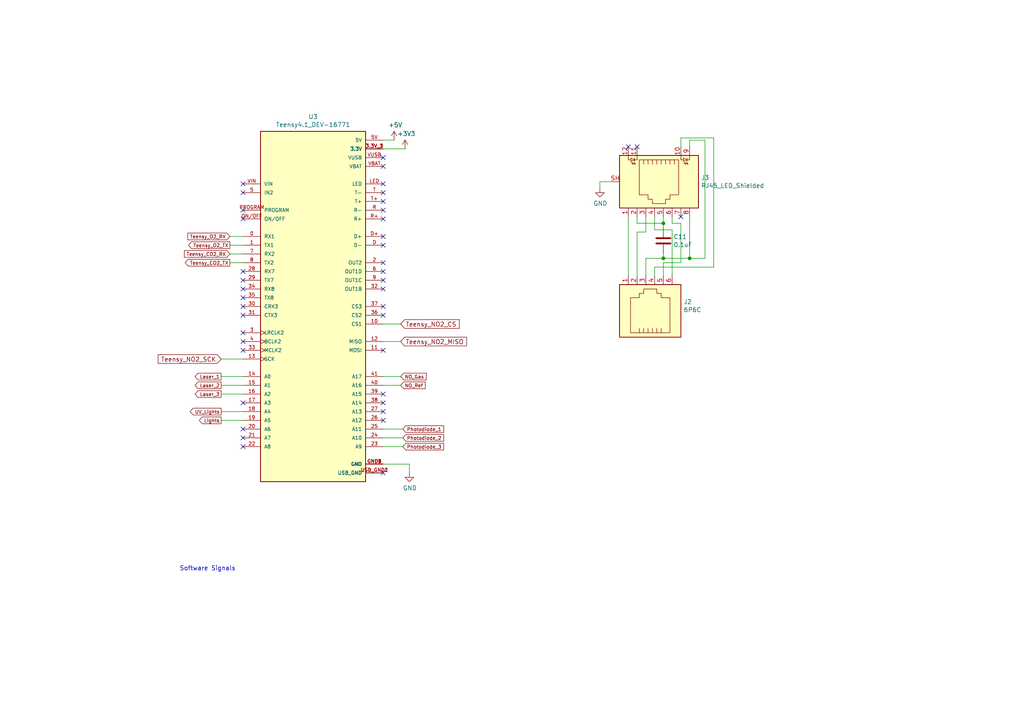
<source format=kicad_sch>
(kicad_sch (version 20211123) (generator eeschema)
  (paper "A4")
  (lib_symbols
    (symbol "Connector:6P6C" (pin_names (offset 1.016))
      (property "Reference" "J" (at -5.08 11.43 0))
      (property "Value" "6P6C" (at 2.54 11.43 0))
      (symbol "6P6C_0_1"
        (polyline (pts (xy -6.35 -1.905) (xy -5.08 -1.905) (xy -5.08 -1.905)))
        (polyline (pts (xy -6.35 -0.635) (xy -5.08 -0.635) (xy -5.08 -0.635)))
        (polyline (pts (xy -6.35 0.635) (xy -5.08 0.635) (xy -5.08 0.635)))
        (polyline (pts (xy -6.35 1.905) (xy -5.08 1.905) (xy -5.08 1.905)))
        (polyline (pts (xy -6.35 3.175) (xy -5.08 3.175) (xy -5.08 3.175)))
        (polyline (pts (xy -5.08 4.445) (xy -6.35 4.445) (xy -6.35 4.445)))
        (polyline (pts (xy -6.35 -4.445) (xy -6.35 6.985) (xy 3.81 6.985) (xy 3.81 4.445) (xy 5.08 4.445) (xy 5.08 3.175) (xy 6.35 3.175) (xy 6.35 -0.635) (xy 5.08 -0.635) (xy 5.08 -1.905) (xy 3.81 -1.905) (xy 3.81 -4.445) (xy -6.35 -4.445) (xy -6.35 -4.445)))
        (rectangle (start 7.62 10.16) (end -7.62 -7.62) (stroke (width 0.254)) (fill (type background)))
      )
      (symbol "6P6C_1_1"
        (pin passive line (at 10.16 -5.08 180) (length 2.54) (name "~") (number "1"))
        (pin passive line (at 10.16 -2.54 180) (length 2.54) (name "~") (number "2"))
        (pin passive line (at 10.16 0 180) (length 2.54) (name "~") (number "3"))
        (pin passive line (at 10.16 2.54 180) (length 2.54) (name "~") (number "4"))
        (pin passive line (at 10.16 5.08 180) (length 2.54) (name "~") (number "5"))
        (pin passive line (at 10.16 7.62 180) (length 2.54) (name "~") (number "6"))
      )
    )
    (symbol "Connector:RJ45_LED_Shielded" (pin_names (offset 1.016))
      (property "Reference" "J" (at -5.08 13.97 0))
      (property "Value" "RJ45_LED_Shielded" (at 1.27 13.97 0))
      (symbol "RJ45_LED_Shielded_0_1"
        (polyline (pts (xy -7.62 -7.62) (xy -6.35 -7.62)))
        (polyline (pts (xy -7.62 -5.08) (xy -6.35 -5.08)))
        (polyline (pts (xy -7.62 7.62) (xy -6.35 7.62)))
        (polyline (pts (xy -7.62 10.16) (xy -6.35 10.16)))
        (polyline (pts (xy -6.858 -5.842) (xy -5.842 -5.842)))
        (polyline (pts (xy -6.858 9.398) (xy -5.842 9.398)))
        (polyline (pts (xy -6.35 -7.62) (xy -6.35 -6.858)))
        (polyline (pts (xy -6.35 -5.08) (xy -6.35 -5.842)))
        (polyline (pts (xy -6.35 7.62) (xy -6.35 8.382)))
        (polyline (pts (xy -6.35 10.16) (xy -6.35 9.398)))
        (polyline (pts (xy -5.08 -6.223) (xy -5.207 -6.604)))
        (polyline (pts (xy -5.08 -5.588) (xy -5.207 -5.969)))
        (polyline (pts (xy -5.08 4.445) (xy -6.35 4.445)))
        (polyline (pts (xy -5.08 5.715) (xy -6.35 5.715)))
        (polyline (pts (xy -5.08 9.017) (xy -5.207 8.636)))
        (polyline (pts (xy -5.08 9.652) (xy -5.207 9.271)))
        (polyline (pts (xy -6.35 -3.175) (xy -5.08 -3.175) (xy -5.08 -3.175)))
        (polyline (pts (xy -6.35 -1.905) (xy -5.08 -1.905) (xy -5.08 -1.905)))
        (polyline (pts (xy -6.35 -0.635) (xy -5.08 -0.635) (xy -5.08 -0.635)))
        (polyline (pts (xy -6.35 0.635) (xy -5.08 0.635) (xy -5.08 0.635)))
        (polyline (pts (xy -6.35 1.905) (xy -5.08 1.905) (xy -5.08 1.905)))
        (polyline (pts (xy -5.588 -6.731) (xy -5.08 -6.223) (xy -5.461 -6.35)))
        (polyline (pts (xy -5.588 -6.096) (xy -5.08 -5.588) (xy -5.461 -5.715)))
        (polyline (pts (xy -5.588 8.509) (xy -5.08 9.017) (xy -5.461 8.89)))
        (polyline (pts (xy -5.588 9.144) (xy -5.08 9.652) (xy -5.461 9.525)))
        (polyline (pts (xy -5.08 3.175) (xy -6.35 3.175) (xy -6.35 3.175)))
        (polyline (pts (xy -6.35 -5.842) (xy -6.858 -6.858) (xy -5.842 -6.858) (xy -6.35 -5.842)))
        (polyline (pts (xy -6.35 9.398) (xy -6.858 8.382) (xy -5.842 8.382) (xy -6.35 9.398)))
        (polyline (pts (xy -6.35 -4.445) (xy -6.35 6.985) (xy 3.81 6.985) (xy 3.81 4.445) (xy 5.08 4.445) (xy 5.08 3.175) (xy 6.35 3.175) (xy 6.35 -0.635) (xy 5.08 -0.635) (xy 5.08 -1.905) (xy 3.81 -1.905) (xy 3.81 -4.445) (xy -6.35 -4.445) (xy -6.35 -4.445)))
        (rectangle (start 7.62 12.7) (end -7.62 -10.16) (stroke (width 0.254)) (fill (type background)))
      )
      (symbol "RJ45_LED_Shielded_1_1"
        (pin passive line (at 10.16 -7.62 180) (length 2.54) (name "~") (number "1"))
        (pin passive line (at -10.16 7.62 0) (length 2.54) (name "~") (number "10"))
        (pin passive line (at -10.16 -5.08 0) (length 2.54) (name "~") (number "11"))
        (pin passive line (at -10.16 -7.62 0) (length 2.54) (name "~") (number "12"))
        (pin passive line (at 10.16 -5.08 180) (length 2.54) (name "~") (number "2"))
        (pin passive line (at 10.16 -2.54 180) (length 2.54) (name "~") (number "3"))
        (pin passive line (at 10.16 0 180) (length 2.54) (name "~") (number "4"))
        (pin passive line (at 10.16 2.54 180) (length 2.54) (name "~") (number "5"))
        (pin passive line (at 10.16 5.08 180) (length 2.54) (name "~") (number "6"))
        (pin passive line (at 10.16 7.62 180) (length 2.54) (name "~") (number "7"))
        (pin passive line (at 10.16 10.16 180) (length 2.54) (name "~") (number "8"))
        (pin passive line (at -10.16 10.16 0) (length 2.54) (name "~") (number "9"))
        (pin passive line (at 0 -12.7 90) (length 2.54) (name "~") (number "SH"))
      )
    )
    (symbol "Device:C" (pin_numbers hide) (pin_names (offset 0.254))
      (property "Reference" "C" (at 0.635 2.54 0))
      (property "Value" "C" (at 0.635 -2.54 0))
      (symbol "C_0_1"
        (polyline (pts (xy -2.032 -0.762) (xy 2.032 -0.762)) (stroke (width 0.508)))
        (polyline (pts (xy -2.032 0.762) (xy 2.032 0.762)) (stroke (width 0.508)))
      )
      (symbol "C_1_1"
        (pin passive line (at 0 3.81 270) (length 2.794) (name "~") (number "1"))
        (pin passive line (at 0 -3.81 90) (length 2.794) (name "~") (number "2"))
      )
    )
    (symbol "MRDT_Shields:Teensy4.1_DEV-16771" (pin_names (offset 1.016))
      (property "Reference" "U" (at -15.24 52.07 0))
      (property "Value" "Teensy4.1_DEV-16771" (at -15.24 -53.34 0))
      (symbol "Teensy4.1_DEV-16771_0_0"
        (rectangle (start -15.24 -50.8) (end 15.24 50.8) (stroke (width 0.254)) (fill (type background)))
        (pin bidirectional line (at -20.32 20.32 0) (length 5.08) (name "RX1") (number "0"))
        (pin bidirectional line (at -20.32 17.78 0) (length 5.08) (name "TX1") (number "1"))
        (pin bidirectional line (at 20.32 -5.08 180) (length 5.08) (name "CS1") (number "10"))
        (pin bidirectional line (at 20.32 -12.7 180) (length 5.08) (name "MOSI") (number "11"))
        (pin bidirectional line (at 20.32 -10.16 180) (length 5.08) (name "MISO") (number "12"))
        (pin bidirectional clock (at -20.32 -15.24 0) (length 5.08) (name "SCK") (number "13"))
        (pin bidirectional line (at -20.32 -20.32 0) (length 5.08) (name "A0") (number "14"))
        (pin bidirectional line (at -20.32 -22.86 0) (length 5.08) (name "A1") (number "15"))
        (pin bidirectional line (at -20.32 -25.4 0) (length 5.08) (name "A2") (number "16"))
        (pin bidirectional line (at -20.32 -27.94 0) (length 5.08) (name "A3") (number "17"))
        (pin bidirectional line (at -20.32 -30.48 0) (length 5.08) (name "A4") (number "18"))
        (pin bidirectional line (at -20.32 -33.02 0) (length 5.08) (name "A5") (number "19"))
        (pin output line (at 20.32 12.7 180) (length 5.08) (name "OUT2") (number "2"))
        (pin bidirectional line (at -20.32 -35.56 0) (length 5.08) (name "A6") (number "20"))
        (pin bidirectional line (at -20.32 -38.1 0) (length 5.08) (name "A7") (number "21"))
        (pin bidirectional line (at -20.32 -40.64 0) (length 5.08) (name "A8") (number "22"))
        (pin bidirectional line (at 20.32 -40.64 180) (length 5.08) (name "A9") (number "23"))
        (pin bidirectional line (at 20.32 -38.1 180) (length 5.08) (name "A10") (number "24"))
        (pin bidirectional line (at 20.32 -35.56 180) (length 5.08) (name "A11") (number "25"))
        (pin bidirectional line (at 20.32 -33.02 180) (length 5.08) (name "A12") (number "26"))
        (pin bidirectional line (at 20.32 -30.48 180) (length 5.08) (name "A13") (number "27"))
        (pin bidirectional line (at -20.32 10.16 0) (length 5.08) (name "RX7") (number "28"))
        (pin bidirectional line (at -20.32 7.62 0) (length 5.08) (name "TX7") (number "29"))
        (pin bidirectional clock (at -20.32 -7.62 0) (length 5.08) (name "LRCLK2") (number "3"))
        (pin power_in line (at 20.32 45.72 180) (length 5.08) (name "3.3V") (number "3.3V_1"))
        (pin power_in line (at 20.32 45.72 180) (length 5.08) (name "3.3V") (number "3.3V_2"))
        (pin power_in line (at 20.32 45.72 180) (length 5.08) (name "3.3V") (number "3.3V_3"))
        (pin bidirectional line (at -20.32 0 0) (length 5.08) (name "CRX3") (number "30"))
        (pin bidirectional line (at -20.32 -2.54 0) (length 5.08) (name "CTX3") (number "31"))
        (pin output line (at 20.32 5.08 180) (length 5.08) (name "OUT1B") (number "32"))
        (pin bidirectional clock (at -20.32 -12.7 0) (length 5.08) (name "MCLK2") (number "33"))
        (pin bidirectional line (at -20.32 5.08 0) (length 5.08) (name "RX8") (number "34"))
        (pin bidirectional line (at -20.32 2.54 0) (length 5.08) (name "TX8") (number "35"))
        (pin bidirectional line (at 20.32 -2.54 180) (length 5.08) (name "CS2") (number "36"))
        (pin bidirectional line (at 20.32 0 180) (length 5.08) (name "CS3") (number "37"))
        (pin bidirectional line (at 20.32 -27.94 180) (length 5.08) (name "A14") (number "38"))
        (pin bidirectional line (at 20.32 -25.4 180) (length 5.08) (name "A15") (number "39"))
        (pin bidirectional clock (at -20.32 -10.16 0) (length 5.08) (name "BCLK2") (number "4"))
        (pin bidirectional line (at 20.32 -22.86 180) (length 5.08) (name "A16") (number "40"))
        (pin bidirectional line (at 20.32 -20.32 180) (length 5.08) (name "A17") (number "41"))
        (pin bidirectional line (at -20.32 33.02 0) (length 5.08) (name "IN2") (number "5"))
        (pin power_in line (at 20.32 48.26 180) (length 5.08) (name "5V") (number "5V"))
        (pin output line (at 20.32 10.16 180) (length 5.08) (name "OUT1D") (number "6"))
        (pin bidirectional line (at -20.32 15.24 0) (length 5.08) (name "RX2") (number "7"))
        (pin bidirectional line (at -20.32 12.7 0) (length 5.08) (name "TX2") (number "8"))
        (pin output line (at 20.32 7.62 180) (length 5.08) (name "OUT1C") (number "9"))
        (pin bidirectional line (at 20.32 17.78 180) (length 5.08) (name "D-") (number "D"))
        (pin bidirectional line (at 20.32 20.32 180) (length 5.08) (name "D+") (number "D+"))
        (pin power_in line (at 20.32 -45.72 180) (length 5.08) (name "GND") (number "GND1"))
        (pin power_in line (at 20.32 -45.72 180) (length 5.08) (name "GND") (number "GND2"))
        (pin power_in line (at 20.32 -45.72 180) (length 5.08) (name "GND") (number "GND3"))
        (pin power_in line (at 20.32 -45.72 180) (length 5.08) (name "GND") (number "GND4"))
        (pin power_in line (at 20.32 -45.72 180) (length 5.08) (name "GND") (number "GND5"))
        (pin bidirectional line (at 20.32 35.56 180) (length 5.08) (name "LED") (number "LED"))
        (pin bidirectional line (at -20.32 25.4 0) (length 5.08) (name "ON/OFF") (number "ON/OFF"))
        (pin bidirectional line (at -20.32 27.94 0) (length 5.08) (name "PROGRAM") (number "PROGRAM"))
        (pin bidirectional line (at 20.32 27.94 180) (length 5.08) (name "R-") (number "R"))
        (pin bidirectional line (at 20.32 25.4 180) (length 5.08) (name "R+") (number "R+"))
        (pin bidirectional line (at 20.32 33.02 180) (length 5.08) (name "T-") (number "T"))
        (pin bidirectional line (at 20.32 30.48 180) (length 5.08) (name "T+") (number "T+"))
        (pin power_in line (at 20.32 -48.26 180) (length 5.08) (name "USB_GND") (number "USB_GND1"))
        (pin power_in line (at 20.32 -48.26 180) (length 5.08) (name "USB_GND") (number "USB_GND2"))
        (pin passive line (at 20.32 40.64 180) (length 5.08) (name "VBAT") (number "VBAT"))
        (pin input line (at -20.32 35.56 0) (length 5.08) (name "VIN") (number "VIN"))
        (pin passive line (at 20.32 43.18 180) (length 5.08) (name "VUSB") (number "VUSB"))
      )
    )
    (symbol "power:+3V3" (power) (pin_names (offset 0))
      (property "Value" "+3V3" (at 0 3.556 0))
      (symbol "+3V3_0_1"
        (polyline (pts (xy -0.762 1.27) (xy 0 2.54)))
        (polyline (pts (xy 0 0) (xy 0 2.54)))
        (polyline (pts (xy 0 2.54) (xy 0.762 1.27)))
      )
      (symbol "+3V3_1_1"
        (pin power_in line (at 0 0 90) (length 0) hide (name "+3V3") (number "1"))
      )
    )
    (symbol "power:+5V" (power) (pin_names (offset 0))
      (property "Value" "+5V" (at 0 3.556 0))
      (symbol "+5V_0_1"
        (polyline (pts (xy -0.762 1.27) (xy 0 2.54)))
        (polyline (pts (xy 0 0) (xy 0 2.54)))
        (polyline (pts (xy 0 2.54) (xy 0.762 1.27)))
      )
      (symbol "+5V_1_1"
        (pin power_in line (at 0 0 90) (length 0) hide (name "+5V") (number "1"))
      )
    )
    (symbol "power:GND" (power) (pin_names (offset 0))
      (property "Value" "GND" (at 0 -3.81 0))
      (symbol "GND_0_1"
        (polyline (pts (xy 0 0) (xy 0 -1.27) (xy 1.27 -1.27) (xy 0 -2.54) (xy -1.27 -1.27) (xy 0 -1.27)))
      )
      (symbol "GND_1_1"
        (pin power_in line (at 0 0 270) (length 0) hide (name "GND") (number "1"))
      )
    )
  )
  (junction (at 192.405 64.77))
  (junction (at 200.025 74.93))
  (junction (at 192.405 74.93))
  (no_connect (at 70.485 101.6))
  (no_connect (at 111.125 83.82))
  (no_connect (at 111.125 121.92))
  (no_connect (at 182.245 42.545))
  (no_connect (at 111.125 114.3))
  (no_connect (at 70.485 60.96))
  (no_connect (at 70.485 88.9))
  (no_connect (at 111.125 76.2))
  (no_connect (at 70.485 63.5))
  (no_connect (at 111.125 91.44))
  (no_connect (at 111.125 81.28))
  (no_connect (at 111.125 137.16))
  (no_connect (at 111.125 68.58))
  (no_connect (at 70.485 116.84))
  (no_connect (at 111.125 88.9))
  (no_connect (at 111.125 119.38))
  (no_connect (at 111.125 63.5))
  (no_connect (at 70.485 53.34))
  (no_connect (at 184.785 42.545))
  (no_connect (at 70.485 91.44))
  (no_connect (at 70.485 83.82))
  (no_connect (at 70.485 86.36))
  (no_connect (at 111.125 101.6))
  (no_connect (at 111.125 60.96))
  (no_connect (at 70.485 81.28))
  (no_connect (at 70.485 78.74))
  (no_connect (at 70.485 127))
  (no_connect (at 70.485 129.54))
  (no_connect (at 111.125 55.88))
  (no_connect (at 111.125 53.34))
  (no_connect (at 70.485 96.52))
  (no_connect (at 111.125 48.26))
  (no_connect (at 70.485 99.06))
  (no_connect (at 70.485 124.46))
  (no_connect (at 111.125 78.74))
  (no_connect (at 111.125 58.42))
  (no_connect (at 197.485 62.865))
  (no_connect (at 111.125 116.84))
  (no_connect (at 111.125 45.72))
  (no_connect (at 70.485 55.88))
  (no_connect (at 111.125 71.12))
  (wire (pts (xy 207.01 40.005) (xy 197.485 40.005)))
  (wire (pts (xy 184.785 67.31) (xy 187.325 67.31)))
  (wire (pts (xy 200.025 42.545) (xy 200.025 40.64)))
  (wire (pts (xy 118.745 134.62) (xy 118.745 137.16)))
  (wire (pts (xy 70.485 121.92) (xy 64.135 121.92)))
  (wire (pts (xy 116.84 127) (xy 111.125 127)))
  (wire (pts (xy 192.405 74.93) (xy 200.025 74.93)))
  (wire (pts (xy 66.675 76.2) (xy 70.485 76.2)))
  (wire (pts (xy 111.125 111.76) (xy 116.205 111.76)))
  (wire (pts (xy 194.945 62.865) (xy 194.945 64.77)))
  (wire (pts (xy 64.135 109.22) (xy 70.485 109.22)))
  (wire (pts (xy 189.865 62.865) (xy 189.865 66.675)))
  (wire (pts (xy 184.785 64.77) (xy 192.405 64.77)))
  (wire (pts (xy 204.47 40.64) (xy 200.025 40.64)))
  (wire (pts (xy 117.475 43.18) (xy 111.125 43.18)))
  (wire (pts (xy 70.485 111.76) (xy 64.135 111.76)))
  (wire (pts (xy 111.125 40.64) (xy 114.3 40.64)))
  (wire (pts (xy 204.47 74.93) (xy 204.47 40.64)))
  (wire (pts (xy 189.865 66.675) (xy 194.945 66.675)))
  (wire (pts (xy 197.485 76.2) (xy 192.405 76.2)))
  (wire (pts (xy 189.865 77.47) (xy 207.01 77.47)))
  (wire (pts (xy 192.405 76.2) (xy 192.405 80.01)))
  (wire (pts (xy 111.125 93.98) (xy 116.205 93.98)))
  (wire (pts (xy 184.785 80.01) (xy 184.785 67.31)))
  (wire (pts (xy 182.245 62.865) (xy 182.245 80.01)))
  (wire (pts (xy 70.485 104.14) (xy 64.135 104.14)))
  (wire (pts (xy 116.205 99.06) (xy 111.125 99.06)))
  (wire (pts (xy 70.485 68.58) (xy 66.675 68.58)))
  (wire (pts (xy 66.675 73.66) (xy 70.485 73.66)))
  (wire (pts (xy 192.405 66.04) (xy 192.405 64.77)))
  (wire (pts (xy 187.325 80.01) (xy 187.325 74.93)))
  (wire (pts (xy 173.99 52.705) (xy 173.99 54.61)))
  (wire (pts (xy 64.135 119.38) (xy 70.485 119.38)))
  (wire (pts (xy 192.405 73.66) (xy 192.405 74.93)))
  (wire (pts (xy 66.675 71.12) (xy 70.485 71.12)))
  (wire (pts (xy 200.025 62.865) (xy 200.025 74.93)))
  (wire (pts (xy 194.945 66.675) (xy 194.945 80.01)))
  (wire (pts (xy 64.135 114.3) (xy 70.485 114.3)))
  (wire (pts (xy 189.865 80.01) (xy 189.865 77.47)))
  (wire (pts (xy 187.325 67.31) (xy 187.325 62.865)))
  (wire (pts (xy 177.165 52.705) (xy 173.99 52.705)))
  (wire (pts (xy 200.025 74.93) (xy 204.47 74.93)))
  (wire (pts (xy 207.01 77.47) (xy 207.01 40.005)))
  (wire (pts (xy 116.84 129.54) (xy 111.125 129.54)))
  (wire (pts (xy 194.945 64.77) (xy 197.485 64.77)))
  (wire (pts (xy 197.485 40.005) (xy 197.485 42.545)))
  (wire (pts (xy 192.405 64.77) (xy 192.405 62.865)))
  (wire (pts (xy 116.84 124.46) (xy 111.125 124.46)))
  (wire (pts (xy 187.325 74.93) (xy 192.405 74.93)))
  (wire (pts (xy 197.485 64.77) (xy 197.485 76.2)))
  (wire (pts (xy 116.205 109.22) (xy 111.125 109.22)))
  (wire (pts (xy 111.125 134.62) (xy 118.745 134.62)))
  (wire (pts (xy 184.785 62.865) (xy 184.785 64.77)))
  (text "Software Signals" (at 52.07 165.735 0) (effects (font (size 1.27 1.27)) (justify left bottom)))
  (global_label "Teensy_O2_TX" (shape output) (at 66.675 71.12 180) (effects (font (size 0.9906 0.9906))) (property "Intersheet References" "${INTERSHEET_REFS}" (effects hide)))
  (global_label "UV_Lights" (shape output) (at 64.135 119.38 180) (effects (font (size 0.9906 0.9906))) (property "Intersheet References" "${INTERSHEET_REFS}" (effects hide)))
  (global_label "NO_Ref" (shape input) (at 116.205 111.76 0) (effects (font (size 0.9906 0.9906))) (property "Intersheet References" "${INTERSHEET_REFS}" (effects hide)))
  (global_label "Lights" (shape output) (at 64.135 121.92 180) (effects (font (size 0.9906 0.9906))) (property "Intersheet References" "${INTERSHEET_REFS}" (effects hide)))
  (global_label "Laser_3" (shape output) (at 64.135 114.3 180) (effects (font (size 0.9906 0.9906))) (property "Intersheet References" "${INTERSHEET_REFS}" (effects hide)))
  (global_label "Photodiode_1" (shape input) (at 116.84 124.46 0) (effects (font (size 0.9906 0.9906))) (property "Intersheet References" "${INTERSHEET_REFS}" (effects hide)))
  (global_label "Laser_2" (shape output) (at 64.135 111.76 180) (effects (font (size 0.9906 0.9906))) (property "Intersheet References" "${INTERSHEET_REFS}" (effects hide)))
  (global_label "Laser_1" (shape output) (at 64.135 109.22 180) (effects (font (size 0.9906 0.9906))) (property "Intersheet References" "${INTERSHEET_REFS}" (effects hide)))
  (global_label "Teensy_CO2_RX" (shape input) (at 66.675 73.66 180) (effects (font (size 0.9906 0.9906))) (property "Intersheet References" "${INTERSHEET_REFS}" (effects hide)))
  (global_label "Photodiode_2" (shape input) (at 116.84 127 0) (effects (font (size 0.9906 0.9906))) (property "Intersheet References" "${INTERSHEET_REFS}" (effects hide)))
  (global_label "Teensy_NO2_MISO" (shape input) (at 116.205 99.06 0) (property "Intersheet References" "${INTERSHEET_REFS}" (effects hide)))
  (global_label "Teensy_O2_RX" (shape input) (at 66.675 68.58 180) (effects (font (size 0.9906 0.9906))) (property "Intersheet References" "${INTERSHEET_REFS}" (effects hide)))
  (global_label "Teensy_NO2_SCK" (shape input) (at 64.135 104.14 180) (property "Intersheet References" "${INTERSHEET_REFS}" (effects hide)))
  (global_label "Photodiode_3" (shape input) (at 116.84 129.54 0) (effects (font (size 0.9906 0.9906))) (property "Intersheet References" "${INTERSHEET_REFS}" (effects hide)))
  (global_label "Teensy_CO2_TX" (shape output) (at 66.675 76.2 180) (effects (font (size 0.9906 0.9906))) (property "Intersheet References" "${INTERSHEET_REFS}" (effects hide)))
  (global_label "NO_Gas" (shape input) (at 116.205 109.22 0) (effects (font (size 0.9906 0.9906))) (property "Intersheet References" "${INTERSHEET_REFS}" (effects hide)))
  (global_label "Teensy_NO2_CS" (shape input) (at 116.205 93.98 0) (property "Intersheet References" "${INTERSHEET_REFS}" (effects hide)))
  (symbol (lib_id "MRDT_Shields:Teensy4.1_DEV-16771") (at 90.805 88.9 0) (unit 1)
    (property "Reference" "U3" (at 90.805 33.8582 0))
    (property "Value" "Teensy4.1_DEV-16771" (at 90.805 36.1696 0))
    (property "Footprint" "MODULE_DEV-16771" (effects hide))
    (property "STANDARD" "Manufacturer recommendations" (effects hide))
    (property "MAXIMUM_PACKAGE_HEIGHT" "4.07mm" (effects hide))
    (property "MANUFACTURER" "SparkFun Electronics" (effects hide))
    (property "PARTREV" "4.1" (effects hide))
  )
  (symbol (lib_id "Connector:RJ45_LED_Shielded") (at 189.865 52.705 270) (unit 1)
    (property "Reference" "J3" (at 203.327 51.5366 90) (effects (justify left)))
    (property "Value" "RJ45_LED_Shielded" (at 203.327 53.848 90) (effects (justify left)))
  )
  (symbol (lib_id "Connector:6P6C") (at 187.325 90.17 270) (mirror x) (unit 1)
    (property "Reference" "J2" (at 198.247 87.5538 90) (effects (justify left)))
    (property "Value" "6P6C" (at 198.247 89.8652 90) (effects (justify left)))
  )
  (symbol (lib_id "Device:C") (at 192.405 69.85 0) (unit 1)
    (property "Reference" "C11" (at 195.326 68.6816 0) (effects (justify left)))
    (property "Value" "0.1uF" (at 195.326 70.993 0) (effects (justify left)))
  )
  (symbol (lib_id "power:GND") (at 173.99 54.61 0) (unit 1)
    (property "Reference" "#PWR043" (effects hide))
    (property "Value" "GND" (at 174.117 59.0042 0))
  )
  (symbol (lib_id "power:+5V") (at 114.3 40.64 0) (unit 1)
    (property "Reference" "#PWR040" (effects hide))
    (property "Value" "+5V" (at 114.681 36.2458 0))
  )
  (symbol (lib_id "power:+3V3") (at 117.475 43.18 0) (unit 1)
    (property "Reference" "#PWR041" (effects hide))
    (property "Value" "+3V3" (at 117.856 38.7858 0))
  )
  (symbol (lib_id "power:GND") (at 118.745 137.16 0) (unit 1)
    (property "Reference" "#PWR042" (effects hide))
    (property "Value" "GND" (at 118.872 141.5542 0))
  )
)
</source>
